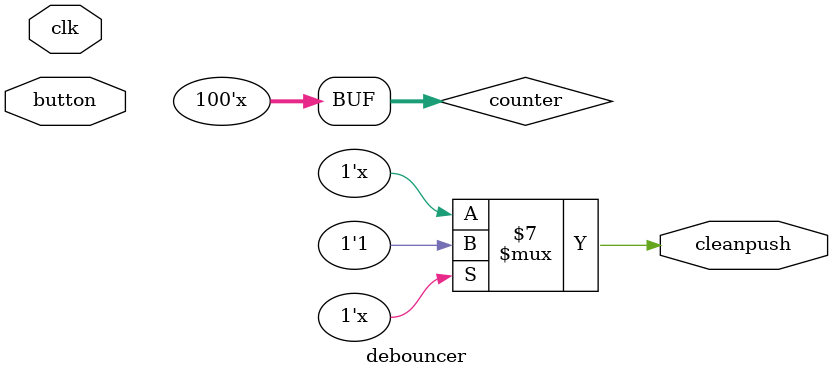
<source format=v>
`timescale 1ns / 1ps


module debouncer(

    input wire clk,
    input wire button,
    output reg cleanpush

    );
    
    reg [99:0] counter;
    
    initial counter = 100'b0;
    initial cleanpush = 0;
    
    always @(clk) begin
    
        if(cleanpush) begin
            counter = 100'b0;
        end
        else if (counter == 500)begin
            cleanpush <= 1;
        end
        else begin
            counter = counter + 1;
        end
        
    end
    
endmodule

</source>
